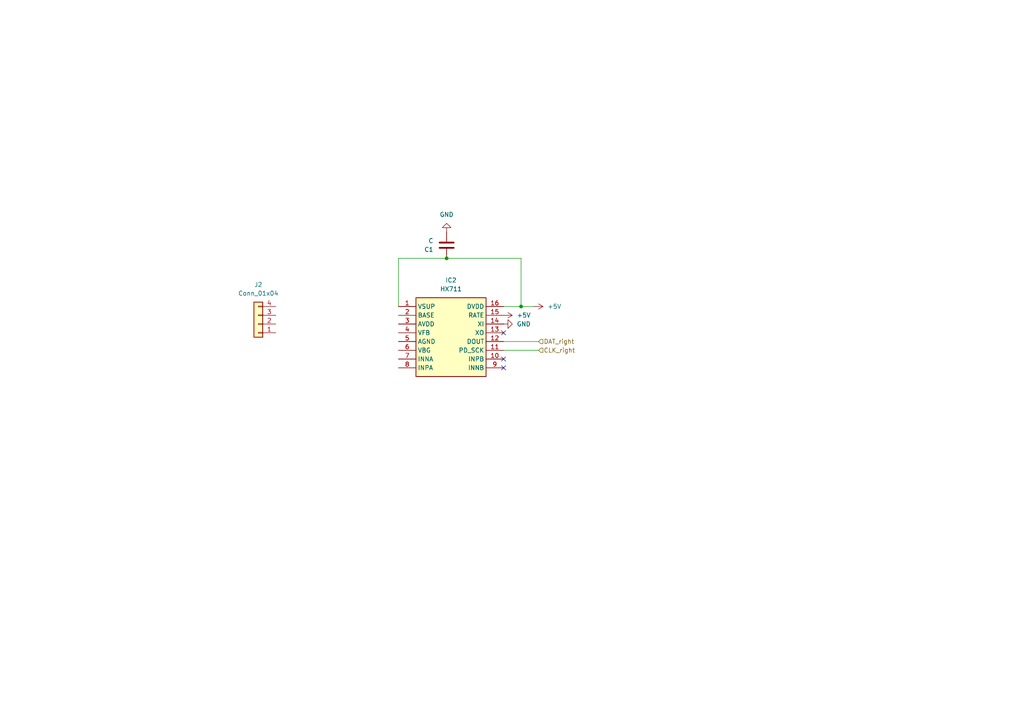
<source format=kicad_sch>
(kicad_sch (version 20231120) (generator "eeschema") (generator_version "8.0")
  (paper "A4")
  (lib_symbols
    (symbol "Connector_Generic:Conn_01x04" (pin_names (offset 1.016) hide)
      (property "Reference" "J" (at 0 5.08 0))
      (property "Value" "Conn_01x04" (at 0 -7.62 0))
      (symbol "Conn_01x04_1_1"
        (rectangle (start -1.27 -4.953) (end 0 -5.207) (stroke (width 0.1524)))
        (rectangle (start -1.27 -2.413) (end 0 -2.667) (stroke (width 0.1524)))
        (rectangle (start -1.27 0.127) (end 0 -0.127) (stroke (width 0.1524)))
        (rectangle (start -1.27 2.667) (end 0 2.413) (stroke (width 0.1524)))
        (rectangle (start -1.27 3.81) (end 1.27 -6.35) (stroke (width 0.254)) (fill (type background)))
        (pin passive line (at -5.08 2.54 0) (length 3.81) (name "Pin_1") (number "1"))
        (pin passive line (at -5.08 0 0) (length 3.81) (name "Pin_2") (number "2"))
        (pin passive line (at -5.08 -2.54 0) (length 3.81) (name "Pin_3") (number "3"))
        (pin passive line (at -5.08 -5.08 0) (length 3.81) (name "Pin_4") (number "4"))
      )
    )
    (symbol "Device:C" (pin_numbers hide) (pin_names (offset 0.254))
      (property "Reference" "C" (at 0.635 2.54 0))
      (property "Value" "C" (at 0.635 -2.54 0))
      (symbol "C_0_1"
        (polyline (pts (xy -2.032 -0.762) (xy 2.032 -0.762)) (stroke (width 0.508)))
        (polyline (pts (xy -2.032 0.762) (xy 2.032 0.762)) (stroke (width 0.508)))
      )
      (symbol "C_1_1"
        (pin passive line (at 0 3.81 270) (length 2.794) (name "~") (number "1"))
        (pin passive line (at 0 -3.81 90) (length 2.794) (name "~") (number "2"))
      )
    )
    (symbol "SamacSys_Parts:HX711"
      (property "Reference" "IC" (at 26.67 7.62 0))
      (property "Value" "HX711" (at 26.67 5.08 0))
      (symbol "HX711_1_1"
        (rectangle (start 5.08 2.54) (end 25.4 -20.32) (stroke (width 0.254)) (fill (type background)))
        (pin passive line (at 0 0 0) (length 5.08) (name "VSUP") (number "1"))
        (pin passive line (at 30.48 -15.24 180) (length 5.08) (name "INPB") (number "10"))
        (pin passive line (at 30.48 -12.7 180) (length 5.08) (name "PD_SCK") (number "11"))
        (pin passive line (at 30.48 -10.16 180) (length 5.08) (name "DOUT") (number "12"))
        (pin passive line (at 30.48 -7.62 180) (length 5.08) (name "XO") (number "13"))
        (pin passive line (at 30.48 -5.08 180) (length 5.08) (name "XI") (number "14"))
        (pin passive line (at 30.48 -2.54 180) (length 5.08) (name "RATE") (number "15"))
        (pin passive line (at 30.48 0 180) (length 5.08) (name "DVDD") (number "16"))
        (pin passive line (at 0 -2.54 0) (length 5.08) (name "BASE") (number "2"))
        (pin passive line (at 0 -5.08 0) (length 5.08) (name "AVDD") (number "3"))
        (pin passive line (at 0 -7.62 0) (length 5.08) (name "VFB") (number "4"))
        (pin passive line (at 0 -10.16 0) (length 5.08) (name "AGND") (number "5"))
        (pin passive line (at 0 -12.7 0) (length 5.08) (name "VBG") (number "6"))
        (pin passive line (at 0 -15.24 0) (length 5.08) (name "INNA") (number "7"))
        (pin passive line (at 0 -17.78 0) (length 5.08) (name "INPA") (number "8"))
        (pin passive line (at 30.48 -17.78 180) (length 5.08) (name "INNB") (number "9"))
      )
    )
    (symbol "power:+5V" (power) (pin_numbers hide) (pin_names (offset 0) hide)
      (property "Value" "+5V" (at 0 3.556 0))
      (symbol "+5V_0_1"
        (polyline (pts (xy -0.762 1.27) (xy 0 2.54)))
        (polyline (pts (xy 0 0) (xy 0 2.54)))
        (polyline (pts (xy 0 2.54) (xy 0.762 1.27)))
      )
      (symbol "+5V_1_1"
        (pin power_in line (at 0 0 90) (length 0) (name "~") (number "1"))
      )
    )
    (symbol "power:GND" (power) (pin_numbers hide) (pin_names (offset 0) hide)
      (property "Value" "GND" (at 0 -3.81 0))
      (symbol "GND_0_1"
        (polyline (pts (xy 0 0) (xy 0 -1.27) (xy 1.27 -1.27) (xy 0 -2.54) (xy -1.27 -1.27) (xy 0 -1.27)))
      )
      (symbol "GND_1_1"
        (pin power_in line (at 0 0 270) (length 0) (name "~") (number "1"))
      )
    )
  )
  (junction (at 129.54 74.93))
  (junction (at 151.13 88.9))
  (no_connect (at 146.05 106.68))
  (no_connect (at 146.05 96.52))
  (no_connect (at 146.05 104.14))
  (wire (pts (xy 151.13 88.9) (xy 146.05 88.9)))
  (wire (pts (xy 115.57 74.93) (xy 129.54 74.93)))
  (wire (pts (xy 146.05 101.6) (xy 156.21 101.6)))
  (wire (pts (xy 146.05 99.06) (xy 156.21 99.06)))
  (wire (pts (xy 115.57 88.9) (xy 115.57 74.93)))
  (wire (pts (xy 151.13 74.93) (xy 151.13 88.9)))
  (wire (pts (xy 129.54 74.93) (xy 151.13 74.93)))
  (wire (pts (xy 154.94 88.9) (xy 151.13 88.9)))
  (hierarchical_label "CLK_right" (shape input) (at 156.21 101.6 0))
  (hierarchical_label "DAT_right" (shape input) (at 156.21 99.06 0))
  (symbol (lib_id "power:+5V") (at 154.94 88.9 270) (unit 1)
    (property "Reference" "#PWR01" (effects (hide yes)))
    (property "Value" "+5V" (at 158.75 88.8999 90) (effects (justify left)))
    (property "Description" "Power symbol creates a global label with name \"+5V\"" (effects (hide yes)))
  )
  (symbol (lib_id "power:GND") (at 129.54 67.31 180) (unit 1)
    (property "Reference" "#PWR05" (effects (hide yes)))
    (property "Value" "GND" (at 129.54 62.23 0))
    (property "Description" "Power symbol creates a global label with name \"GND\" , ground" (effects (hide yes)))
  )
  (symbol (lib_id "Device:C") (at 129.54 71.12 180) (unit 1)
    (property "Reference" "C1" (at 125.73 72.3901 0) (effects (justify left)))
    (property "Value" "C" (at 125.73 69.8501 0) (effects (justify left)))
    (property "Description" "Unpolarized capacitor" (effects (hide yes)))
  )
  (symbol (lib_id "Connector_Generic:Conn_01x04") (at 74.93 93.98 180) (unit 1)
    (property "Reference" "J2" (at 74.93 82.55 0))
    (property "Value" "Conn_01x04" (at 74.93 85.09 0))
    (property "Description" "Generic connector, single row, 01x04, script generated (kicad-library-utils/schlib/autogen/connector/)" (effects (hide yes)))
  )
  (symbol (lib_id "power:+5V") (at 146.05 91.44 270) (unit 1)
    (property "Reference" "#PWR02" (effects (hide yes)))
    (property "Value" "+5V" (at 149.86 91.4399 90) (effects (justify left)))
    (property "Description" "Power symbol creates a global label with name \"+5V\"" (effects (hide yes)))
  )
  (symbol (lib_id "power:GND") (at 146.05 93.98 90) (unit 1)
    (property "Reference" "#PWR03" (effects (hide yes)))
    (property "Value" "GND" (at 149.86 93.9799 90) (effects (justify right)))
    (property "Description" "Power symbol creates a global label with name \"GND\" , ground" (effects (hide yes)))
  )
  (symbol (lib_id "SamacSys_Parts:HX711") (at 115.57 88.9 0) (unit 1)
    (property "Reference" "IC2" (at 130.81 81.28 0))
    (property "Value" "HX711" (at 130.81 83.82 0))
    (property "Footprint" "SOIC127P600X160-16N" (effects (hide yes)))
    (property "Datasheet" "https://cdn.sparkfun.com/datasheets/Sensors/ForceFlex/hx711_english.pdf" (effects (hide yes)))
    (property "Description" "24-Bit Analog-to-Digital Converter (ADC) for Weigh Scale" (effects (hide yes)))
    (property "Height" "1.6" (effects (hide yes)))
    (property "Manufacturer_Name" "AVIA" (effects (hide yes)))
    (property "Manufacturer_Part_Number" "HX711" (effects (hide yes)))
  )
)
</source>
